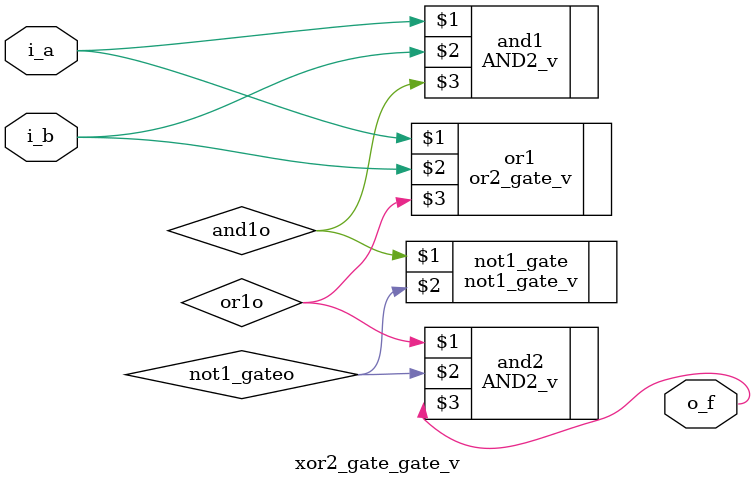
<source format=v>

module xor2_gate_gate_v
  (input i_a, i_b,
   output o_f);
     
  wire or1o, and1o, not1_gateo; // internal outputs
   
  or2_gate_v or1   (i_a  , i_b  , or1o );
  AND2_v and1 (i_a  , i_b  , and1o);
  not1_gate_v not1_gate (and1o, not1_gateo       );
  AND2_v and2 (or1o , not1_gateo, o_f  );
  
endmodule








</source>
